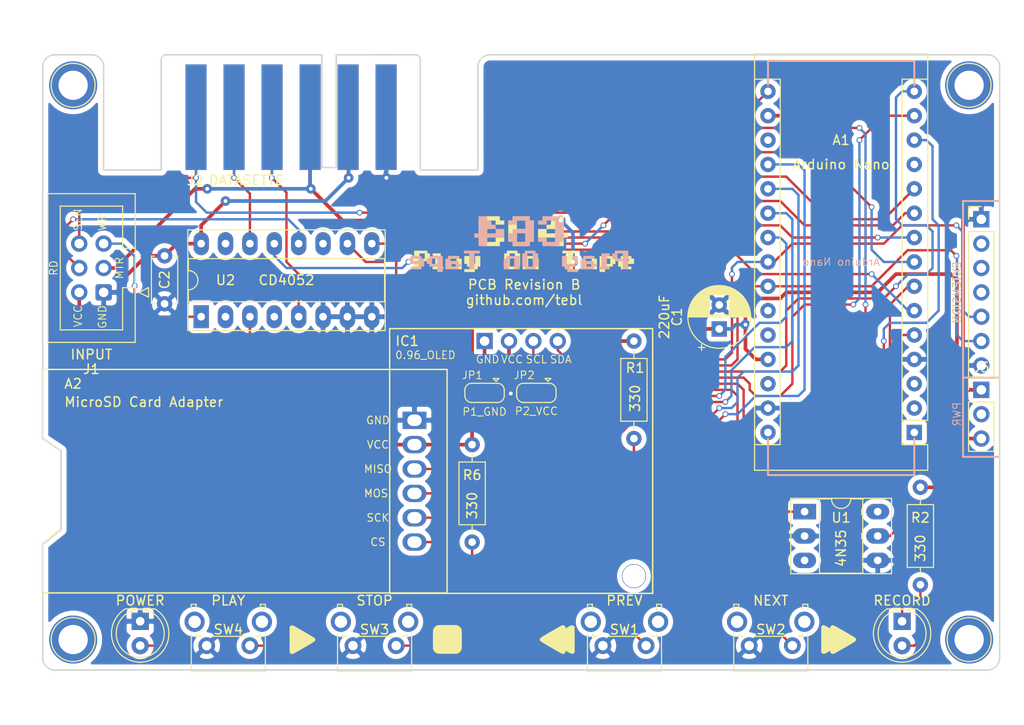
<source format=kicad_pcb>
(kicad_pcb (version 20171130) (host pcbnew "(5.1.8)-1")
  (layers (0 F.Cu signal) (31 B.Cu signal) (34 B.Paste user) (35 F.Paste user) (36 B.SilkS user) (37 F.SilkS user) (38 B.Mask user) (39 F.Mask user) (44 Edge.Cuts user))
  (net 0 "")
  (net 1 GND)
  (net 2 "Net-(D1-Pad2)")
  (net 3 "Net-(IC1-Pad2)")
  (net 4 "Net-(IC1-Pad1)")
  (net 5 BTN_NEXT)
  (net 6 BTN_PREV)
  (net 7 BTN_STOP)
  (net 8 BTN_PLAY)
  (net 9 OLED_SDA)
  (net 10 OLED_SCL)
  (net 11 +3V3)
  (net 12 CH_X)
  (net 13 "Net-(A1-Pad7)")
  (net 14 SENSE)
  (net 15 CH_A)
  (net 16 CH_B)
  (net 17 CH_Y)
  (net 18 +5V)
  (net 19 SD_CS)
  (net 20 SD_MOSI)
  (net 21 SD_MISO)
  (net 22 SD_SCK)
  (net 23 "Net-(D2-Pad2)")
  (net 24 /MOTOR)
  (net 25 "Net-(J1-Pad4)")
  (net 26 "Net-(J1-Pad5)")
  (net 27 "Net-(J2-Pad4)")
  (net 28 "Net-(J2-Pad5)")
  (net 29 "Net-(R1-Pad2)")
  (net 30 RECORD)
  (module i2c_oled:0.96_I2C_OLED (layer F.Cu) (at 120.335 107.95)
    (fp_text reference IC1 (at -11.877 0 180) (layer F.SilkS))
    (fp_text value 0.96_OLED (at -9.972 1.4605) (layer F.SilkS) (effects (font (size 0.8 0.8) (thickness 0.1))))
    (pad "" np_thru_hole circle (at 11.75 24.5) (size 2.5 2.5) (drill 2.4) (layers *.Cu *.Mask))
    (pad 4 thru_hole circle (at 3.81 0) (size 1.7 1.7) (drill 1) (layers *.Cu *.Mask) (net 9 OLED_SDA))
    (pad 3 thru_hole circle (at 1.27 0) (size 1.7 1.7) (drill 1) (layers *.Cu *.Mask) (net 10 OLED_SCL))
    (pad 2 thru_hole circle (at -1.27 0) (size 1.7 1.7) (drill 1) (layers *.Cu *.Mask) (net 3 "Net-(IC1-Pad2)"))
    (pad 1 thru_hole rect (at -3.81 0) (size 1.7 1.7) (drill 1) (layers *.Cu *.Mask) (net 4 "Net-(IC1-Pad1)"))
  )
  (module icons:next (layer F.Cu) (at 153.035 139.065)
    (fp_text reference G*** hide)
    (fp_text value LOGO hide)
  )
  (module icons:previous (layer F.Cu) (at 124.46 139.065)
    (fp_text reference G*** hide)
    (fp_text value LOGO hide)
  )
  (module sd_card_adapter:MicroSD_Card_Adapter (layer F.Cu) (at 109.22 122.555)
    (fp_text reference A2 (at -35.56 -10.16) (layer F.SilkS))
    (fp_text value "MicroSD Card Adapter" (at -28.194 -8.255 180) (layer F.SilkS))
    (fp_text user GND (at -3.81 -6.35) (layer F.SilkS) (effects (font (size 0.8 0.8) (thickness 0.11))))
    (fp_text user VCC (at -3.81 -3.81) (layer F.SilkS) (effects (font (size 0.8 0.8) (thickness 0.11))))
    (fp_text user MISO (at -3.81 -1.27) (layer F.SilkS) (effects (font (size 0.8 0.8) (thickness 0.11))))
    (fp_text user MOSI (at -3.81 1.27) (layer F.SilkS) (effects (font (size 0.8 0.8) (thickness 0.11))))
    (fp_text user SCK (at -3.81 3.81) (layer F.SilkS) (effects (font (size 0.8 0.8) (thickness 0.11))))
    (fp_text user CS (at -3.81 6.35) (layer F.SilkS) (effects (font (size 0.8 0.8) (thickness 0.11))))
    (pad 6 thru_hole rect (at 0 -6.35) (size 2.5 1.8) (drill oval 1.5 1.2) (layers *.Cu *.Mask) (net 1 GND))
    (pad 5 thru_hole oval (at 0 -3.81) (size 2.5 1.8) (drill oval 1.5 1.2) (layers *.Cu *.Mask) (net 18 +5V))
    (pad 4 thru_hole oval (at 0 -1.27) (size 2.5 1.8) (drill oval 1.5 1.2) (layers *.Cu *.Mask) (net 21 SD_MISO))
    (pad 3 thru_hole oval (at 0 1.27) (size 2.5 1.8) (drill oval 1.5 1.2) (layers *.Cu *.Mask) (net 20 SD_MOSI))
    (pad 2 thru_hole oval (at 0 3.81) (size 2.5 1.8) (drill oval 1.5 1.2) (layers *.Cu *.Mask) (net 22 SD_SCK))
    (pad 1 thru_hole oval (at 0 6.35) (size 2.5 1.8) (drill oval 1.5 1.2) (layers *.Cu *.Mask) (net 19 SD_CS))
  )
  (module icons:c64_play_on_tape (layer B.Cu) (at 120.015 97.79 180)
    (fp_text reference G*** hide)
    (fp_text value LOGO hide)
  )
  (module icons:c64_play_on_tape (layer F.Cu) (at 120.65 97.79)
    (fp_text reference G*** hide)
    (fp_text value LOGO hide)
  )
  (module PlayOnTape:C64-Cassette-Port (layer F.Cu) (at 95.8215 90.1065)
    (fp_text reference J2 (at -9.4615 1.0795) (layer F.SilkS))
    (fp_text value DATASETTE (at -4.1275 1.0795) (layer F.SilkS))
    (pad 1 smd rect (at 10.44 -5.5) (size 2.2 11) (layers F.Cu F.Mask) (net 1 GND))
    (pad 2 smd rect (at 6.48 -5.5) (size 2.2 11) (layers F.Cu F.Mask) (net 18 +5V))
    (pad 3 smd rect (at 2.52 -5.5) (size 2.2 11) (layers F.Cu F.Mask) (net 24 /MOTOR))
    (pad 4 smd rect (at -1.44 -5.5) (size 2.2 11) (layers F.Cu F.Mask) (net 27 "Net-(J2-Pad4)"))
    (pad 5 smd rect (at -5.4 -5.5) (size 2.2 11) (layers F.Cu F.Mask) (net 28 "Net-(J2-Pad5)"))
    (pad 6 smd rect (at -9.36 -5.5) (size 2.2 11) (layers F.Cu F.Mask) (net 14 SENSE))
    (pad A smd rect (at 10.44 -5.5) (size 2.2 11) (layers B.Cu B.Mask) (net 1 GND))
    (pad B smd rect (at 6.48 -5.5) (size 2.2 11) (layers B.Cu B.Mask) (net 18 +5V))
    (pad C smd rect (at 2.52 -5.5) (size 2.2 11) (layers B.Cu B.Mask) (net 24 /MOTOR))
    (pad D smd rect (at -1.44 -5.5) (size 2.2 11) (layers B.Cu B.Mask) (net 27 "Net-(J2-Pad4)"))
    (pad E smd rect (at -5.4 -5.5) (size 2.2 11) (layers B.Cu B.Mask) (net 28 "Net-(J2-Pad5)"))
    (pad F smd rect (at -9.36 -5.5) (size 2.2 11) (layers B.Cu B.Mask) (net 14 SENSE))
  )
  (module Modules:Arduino_Nano (layer F.Cu) (at 161.29 117.475 180)
    (fp_text reference A1 (at 7.62 30.48 180) (layer F.SilkS))
    (fp_text value "Arduino Nano" (at 7.62 27.94 180) (layer F.SilkS))
    (pad 1 thru_hole rect (at 0 0 180) (size 1.6 1.6) (drill 0.8) (layers *.Cu *.Mask))
    (pad 17 thru_hole oval (at 15.24 33.02 180) (size 1.6 1.6) (drill 0.8) (layers *.Cu *.Mask) (net 11 +3V3))
    (pad 2 thru_hole oval (at 0 2.54 180) (size 1.6 1.6) (drill 0.8) (layers *.Cu *.Mask))
    (pad 18 thru_hole oval (at 15.24 30.48 180) (size 1.6 1.6) (drill 0.8) (layers *.Cu *.Mask))
    (pad 3 thru_hole oval (at 0 5.08 180) (size 1.6 1.6) (drill 0.8) (layers *.Cu *.Mask))
    (pad 19 thru_hole oval (at 15.24 27.94 180) (size 1.6 1.6) (drill 0.8) (layers *.Cu *.Mask) (net 5 BTN_NEXT))
    (pad 4 thru_hole oval (at 0 7.62 180) (size 1.6 1.6) (drill 0.8) (layers *.Cu *.Mask) (net 1 GND))
    (pad 20 thru_hole oval (at 15.24 25.4 180) (size 1.6 1.6) (drill 0.8) (layers *.Cu *.Mask) (net 6 BTN_PREV))
    (pad 5 thru_hole oval (at 0 10.16 180) (size 1.6 1.6) (drill 0.8) (layers *.Cu *.Mask) (net 30 RECORD))
    (pad 21 thru_hole oval (at 15.24 22.86 180) (size 1.6 1.6) (drill 0.8) (layers *.Cu *.Mask) (net 7 BTN_STOP))
    (pad 6 thru_hole oval (at 0 12.7 180) (size 1.6 1.6) (drill 0.8) (layers *.Cu *.Mask) (net 12 CH_X))
    (pad 22 thru_hole oval (at 15.24 20.32 180) (size 1.6 1.6) (drill 0.8) (layers *.Cu *.Mask) (net 8 BTN_PLAY))
    (pad 7 thru_hole oval (at 0 15.24 180) (size 1.6 1.6) (drill 0.8) (layers *.Cu *.Mask) (net 13 "Net-(A1-Pad7)"))
    (pad 23 thru_hole oval (at 15.24 17.78 180) (size 1.6 1.6) (drill 0.8) (layers *.Cu *.Mask) (net 9 OLED_SDA))
    (pad 8 thru_hole oval (at 0 17.78 180) (size 1.6 1.6) (drill 0.8) (layers *.Cu *.Mask) (net 14 SENSE))
    (pad 24 thru_hole oval (at 15.24 15.24 180) (size 1.6 1.6) (drill 0.8) (layers *.Cu *.Mask) (net 10 OLED_SCL))
    (pad 9 thru_hole oval (at 0 20.32 180) (size 1.6 1.6) (drill 0.8) (layers *.Cu *.Mask) (net 15 CH_A))
    (pad 25 thru_hole oval (at 15.24 12.7 180) (size 1.6 1.6) (drill 0.8) (layers *.Cu *.Mask))
    (pad 10 thru_hole oval (at 0 22.86 180) (size 1.6 1.6) (drill 0.8) (layers *.Cu *.Mask) (net 16 CH_B))
    (pad 26 thru_hole oval (at 15.24 10.16 180) (size 1.6 1.6) (drill 0.8) (layers *.Cu *.Mask))
    (pad 11 thru_hole oval (at 0 25.4 180) (size 1.6 1.6) (drill 0.8) (layers *.Cu *.Mask) (net 17 CH_Y))
    (pad 27 thru_hole oval (at 15.24 7.62 180) (size 1.6 1.6) (drill 0.8) (layers *.Cu *.Mask) (net 18 +5V))
    (pad 12 thru_hole oval (at 0 27.94 180) (size 1.6 1.6) (drill 0.8) (layers *.Cu *.Mask))
    (pad 28 thru_hole oval (at 15.24 5.08 180) (size 1.6 1.6) (drill 0.8) (layers *.Cu *.Mask))
    (pad 13 thru_hole oval (at 0 30.48 180) (size 1.6 1.6) (drill 0.8) (layers *.Cu *.Mask) (net 19 SD_CS))
    (pad 29 thru_hole oval (at 15.24 2.54 180) (size 1.6 1.6) (drill 0.8) (layers *.Cu *.Mask) (net 1 GND))
    (pad 14 thru_hole oval (at 0 33.02 180) (size 1.6 1.6) (drill 0.8) (layers *.Cu *.Mask) (net 20 SD_MOSI))
    (pad 30 thru_hole oval (at 15.24 0 180) (size 1.6 1.6) (drill 0.8) (layers *.Cu *.Mask))
    (pad 15 thru_hole oval (at 0 35.56 180) (size 1.6 1.6) (drill 0.8) (layers *.Cu *.Mask) (net 21 SD_MISO))
    (pad 16 thru_hole oval (at 15.24 35.56 180) (size 1.6 1.6) (drill 0.8) (layers *.Cu *.Mask) (net 22 SD_SCK))
  )
  (module Pin_Headers:Pin_Header_Straight_1x07_Pitch2.54mm (layer F.Cu) (at 168.275 95.25)
    (fp_text reference J3 hide)
    (fp_text value EXTENSION (at -2.54 7.62 90) (layer F.SilkS) (effects (font (size 0.8 0.8) (thickness 0.1))))
    (pad 1 thru_hole rect (at 0 0) (size 1.7 1.7) (drill 1) (layers *.Cu *.Mask) (net 1 GND))
    (pad 2 thru_hole oval (at 0 2.54) (size 1.7 1.7) (drill 1) (layers *.Cu *.Mask))
    (pad 3 thru_hole oval (at 0 5.08) (size 1.7 1.7) (drill 1) (layers *.Cu *.Mask))
    (pad 4 thru_hole oval (at 0 7.62) (size 1.7 1.7) (drill 1) (layers *.Cu *.Mask))
    (pad 5 thru_hole oval (at 0 10.16) (size 1.7 1.7) (drill 1) (layers *.Cu *.Mask) (net 9 OLED_SDA))
    (pad 6 thru_hole oval (at 0 12.7) (size 1.7 1.7) (drill 1) (layers *.Cu *.Mask) (net 10 OLED_SCL))
    (pad 7 thru_hole oval (at 0 15.24) (size 1.7 1.7) (drill 1) (layers *.Cu *.Mask) (net 1 GND))
  )
  (module mounting:M3 (layer F.Cu) (at 73.66 139.065)
    (fp_text reference M1 hide)
    (fp_text value Mounting hide)
    (pad 1 thru_hole circle (at 0 0) (size 5 5) (drill 3.048) (layers *.Cu *.Mask))
  )
  (module mounting:M3 (layer F.Cu) (at 167.005 139.065)
    (fp_text reference M2 hide)
    (fp_text value Mounting hide)
    (pad 1 thru_hole circle (at 0 0) (size 5 5) (drill 3.048) (layers *.Cu *.Mask))
  )
  (module mounting:M3 (layer F.Cu) (at 167.005 81.28)
    (fp_text reference M3 hide)
    (fp_text value Mounting hide)
    (pad 1 thru_hole circle (at 0 0) (size 5 5) (drill 3.048) (layers *.Cu *.Mask))
  )
  (module mounting:M3 (layer F.Cu) (at 73.66 81.28)
    (fp_text reference M4 hide)
    (fp_text value Mounting hide)
    (pad 1 thru_hole circle (at 0 0) (size 5 5) (drill 3.048) (layers *.Cu *.Mask))
  )
  (module icons:play (layer F.Cu) (at 97.536 139.192)
    (fp_text reference G*** hide)
    (fp_text value LOGO hide)
  )
  (module icons:stop (layer F.Cu) (at 112.776 139.192)
    (fp_text reference G*** hide)
    (fp_text value LOGO hide)
  )
  (module Capacitor_THT:CP_Radial_D6.3mm_P2.50mm (layer F.Cu) (at 140.97 106.68 90)
    (fp_text reference C1 (at 1.25 -4.4 90) (layer F.SilkS))
    (fp_text value 220uF (at 1.25 -5.715 90) (layer F.SilkS))
    (pad 1 thru_hole rect (at 0 0 90) (size 1.6 1.6) (drill 0.8) (layers *.Cu *.Mask) (net 18 +5V))
    (pad 2 thru_hole circle (at 2.5 0 90) (size 1.6 1.6) (drill 0.8) (layers *.Cu *.Mask) (net 1 GND))
  )
  (module LED_THT:LED_D5.0mm (layer F.Cu) (at 80.645 137.16 270)
    (fp_text reference D1 hide)
    (fp_text value POWER (at -2.155 0 180) (layer F.SilkS))
    (pad 1 thru_hole rect (at 0 0 270) (size 1.8 1.8) (drill 0.9) (layers *.Cu *.Mask) (net 1 GND))
    (pad 2 thru_hole circle (at 2.54 0 270) (size 1.8 1.8) (drill 0.9) (layers *.Cu *.Mask) (net 2 "Net-(D1-Pad2)"))
  )
  (module Connector_PinHeader_2.54mm:PinHeader_1x03_P2.54mm_Vertical (layer F.Cu) (at 168.275 113.03)
    (fp_text reference J5 (at 0 -2.33) (layer F.SilkS))
    (fp_text value PWR)
    (pad 1 thru_hole rect (at 0 0) (size 1.7 1.7) (drill 1) (layers *.Cu *.Mask) (net 11 +3V3))
    (pad 2 thru_hole oval (at 0 2.54) (size 1.7 1.7) (drill 1) (layers *.Cu *.Mask))
    (pad 3 thru_hole oval (at 0 5.08) (size 1.7 1.7) (drill 1) (layers *.Cu *.Mask) (net 18 +5V))
  )
  (module Jumper:SolderJumper-3_P1.3mm_Open_RoundedPad1.0x1.5mm (layer F.Cu) (at 116.5225 113.3475 180)
    (fp_text reference JP1 (at 1.27 1.8415 180) (layer F.SilkS) (effects (font (size 0.8 0.8) (thickness 0.1))))
    (fp_text value P1_GND (at 0 -1.9685) (layer F.SilkS) (effects (font (size 0.8 0.8) (thickness 0.1))))
    (pad 1 smd custom (at -1.3 0 180) (size 1 0.5) (layers F.Cu F.Mask) (net 1 GND) (options (clearance outline) (anchor rect)) (primitives (gr_circle (center 0 0.25) (end 0.5 0.25) (width 0)) (gr_circle (center 0 -0.25) (end 0.5 -0.25) (width 0)) (gr_poly (pts (xy 0.55 -0.75) (xy 0 -0.75) (xy 0 0.75) (xy 0.55 0.75)) (width 0))))
    (pad 3 smd custom (at 1.3 0 180) (size 1 0.5) (layers F.Cu F.Mask) (net 18 +5V) (options (clearance outline) (anchor rect)) (primitives (gr_circle (center 0 0.25) (end 0.5 0.25) (width 0)) (gr_circle (center 0 -0.25) (end 0.5 -0.25) (width 0)) (gr_poly (pts (xy -0.55 -0.75) (xy 0 -0.75) (xy 0 0.75) (xy -0.55 0.75)) (width 0))))
    (pad 2 smd rect (at 0 0 180) (size 1 1.5) (layers F.Cu F.Mask) (net 4 "Net-(IC1-Pad1)"))
  )
  (module Jumper:SolderJumper-3_P1.3mm_Open_RoundedPad1.0x1.5mm (layer F.Cu) (at 121.92 113.3475 180)
    (fp_text reference JP2 (at 1.27 1.8415 180) (layer F.SilkS) (effects (font (size 0.8 0.8) (thickness 0.1))))
    (fp_text value P2_VCC (at 0 -1.905) (layer F.SilkS) (effects (font (size 0.8 0.8) (thickness 0.1))))
    (pad 2 smd rect (at 0 0 180) (size 1 1.5) (layers F.Cu F.Mask) (net 3 "Net-(IC1-Pad2)"))
    (pad 3 smd custom (at 1.3 0 180) (size 1 0.5) (layers F.Cu F.Mask) (net 1 GND) (options (clearance outline) (anchor rect)) (primitives (gr_circle (center 0 0.25) (end 0.5 0.25) (width 0)) (gr_circle (center 0 -0.25) (end 0.5 -0.25) (width 0)) (gr_poly (pts (xy -0.55 -0.75) (xy 0 -0.75) (xy 0 0.75) (xy -0.55 0.75)) (width 0))))
    (pad 1 smd custom (at -1.3 0 180) (size 1 0.5) (layers F.Cu F.Mask) (net 18 +5V) (options (clearance outline) (anchor rect)) (primitives (gr_circle (center 0 0.25) (end 0.5 0.25) (width 0)) (gr_circle (center 0 -0.25) (end 0.5 -0.25) (width 0)) (gr_poly (pts (xy 0.55 -0.75) (xy 0 -0.75) (xy 0 0.75) (xy 0.55 0.75)) (width 0))))
  )
  (module Resistor_THT:R_Axial_DIN0207_L6.3mm_D2.5mm_P10.16mm_Horizontal (layer F.Cu) (at 115.2271 128.905 90)
    (fp_text reference R6 (at 6.985 0 180) (layer F.SilkS))
    (fp_text value 330 (at 3.81 0 270) (layer F.SilkS))
    (pad 2 thru_hole oval (at 10.16 0 90) (size 1.6 1.6) (drill 0.8) (layers *.Cu *.Mask) (net 18 +5V))
    (pad 1 thru_hole circle (at 0 0 90) (size 1.6 1.6) (drill 0.8) (layers *.Cu *.Mask) (net 2 "Net-(D1-Pad2)"))
  )
  (module Button_Switch_THT:SW_Tactile_SPST_Angled_PTS645Vx31-2LFS (layer F.Cu) (at 133.35 139.7 180)
    (fp_text reference SW1 (at 2.25 1.68) (layer F.SilkS))
    (fp_text value PREV (at 2.25 4.695) (layer F.SilkS))
    (pad "" thru_hole circle (at 5.76 2.49 180) (size 2.1 2.1) (drill 1.3) (layers *.Cu *.Mask))
    (pad 2 thru_hole circle (at 4.5 0 180) (size 1.75 1.75) (drill 0.99) (layers *.Cu *.Mask) (net 1 GND))
    (pad 1 thru_hole circle (at 0 0 180) (size 1.75 1.75) (drill 0.99) (layers *.Cu *.Mask) (net 6 BTN_PREV))
    (pad "" thru_hole circle (at -1.25 2.49 180) (size 2.1 2.1) (drill 1.3) (layers *.Cu *.Mask))
  )
  (module Button_Switch_THT:SW_Tactile_SPST_Angled_PTS645Vx31-2LFS (layer F.Cu) (at 148.59 139.7 180)
    (fp_text reference SW2 (at 2.25 1.68) (layer F.SilkS))
    (fp_text value NEXT (at 2.25 4.695) (layer F.SilkS))
    (pad "" thru_hole circle (at -1.25 2.49 180) (size 2.1 2.1) (drill 1.3) (layers *.Cu *.Mask))
    (pad 1 thru_hole circle (at 0 0 180) (size 1.75 1.75) (drill 0.99) (layers *.Cu *.Mask) (net 5 BTN_NEXT))
    (pad 2 thru_hole circle (at 4.5 0 180) (size 1.75 1.75) (drill 0.99) (layers *.Cu *.Mask) (net 1 GND))
    (pad "" thru_hole circle (at 5.76 2.49 180) (size 2.1 2.1) (drill 1.3) (layers *.Cu *.Mask))
  )
  (module Button_Switch_THT:SW_Tactile_SPST_Angled_PTS645Vx31-2LFS (layer F.Cu) (at 107.315 139.7 180)
    (fp_text reference SW3 (at 2.25 1.68) (layer F.SilkS))
    (fp_text value STOP (at 2.25 4.695) (layer F.SilkS))
    (pad "" thru_hole circle (at -1.25 2.49 180) (size 2.1 2.1) (drill 1.3) (layers *.Cu *.Mask))
    (pad 1 thru_hole circle (at 0 0 180) (size 1.75 1.75) (drill 0.99) (layers *.Cu *.Mask) (net 7 BTN_STOP))
    (pad 2 thru_hole circle (at 4.5 0 180) (size 1.75 1.75) (drill 0.99) (layers *.Cu *.Mask) (net 1 GND))
    (pad "" thru_hole circle (at 5.76 2.49 180) (size 2.1 2.1) (drill 1.3) (layers *.Cu *.Mask))
  )
  (module Button_Switch_THT:SW_Tactile_SPST_Angled_PTS645Vx31-2LFS (layer F.Cu) (at 92.075 139.7 180)
    (fp_text reference SW4 (at 2.25 1.68) (layer F.SilkS))
    (fp_text value PLAY (at 2.25 4.695) (layer F.SilkS))
    (pad "" thru_hole circle (at 5.76 2.49 180) (size 2.1 2.1) (drill 1.3) (layers *.Cu *.Mask))
    (pad 2 thru_hole circle (at 4.5 0 180) (size 1.75 1.75) (drill 0.99) (layers *.Cu *.Mask) (net 1 GND))
    (pad 1 thru_hole circle (at 0 0 180) (size 1.75 1.75) (drill 0.99) (layers *.Cu *.Mask) (net 8 BTN_PLAY))
    (pad "" thru_hole circle (at -1.25 2.49 180) (size 2.1 2.1) (drill 1.3) (layers *.Cu *.Mask))
  )
  (module Capacitor_THT:C_Disc_D4.7mm_W2.5mm_P5.00mm (layer F.Cu) (at 83.185 99.06 270)
    (fp_text reference C2 (at 2.5 0 90) (layer F.SilkS))
    (fp_text value 100nF)
    (pad 1 thru_hole circle (at 0 0 270) (size 1.6 1.6) (drill 0.8) (layers *.Cu *.Mask) (net 18 +5V))
    (pad 2 thru_hole circle (at 5 0 270) (size 1.6 1.6) (drill 0.8) (layers *.Cu *.Mask) (net 1 GND))
  )
  (module LED_THT:LED_D5.0mm (layer F.Cu) (at 160.02 137.16 270)
    (fp_text reference D2 hide)
    (fp_text value RECORD (at -2.155 0 180) (layer F.SilkS))
    (pad 1 thru_hole rect (at 0 0 270) (size 1.8 1.8) (drill 0.9) (layers *.Cu *.Mask) (net 30 RECORD))
    (pad 2 thru_hole circle (at 2.54 0 270) (size 1.8 1.8) (drill 0.9) (layers *.Cu *.Mask) (net 23 "Net-(D2-Pad2)"))
  )
  (module Resistor_THT:R_Axial_DIN0207_L6.3mm_D2.5mm_P10.16mm_Horizontal (layer F.Cu) (at 132.08 107.95 270)
    (fp_text reference R1 (at 2.794 -0.127 180) (layer F.SilkS))
    (fp_text value 330 (at 5.969 -0.127 90) (layer F.SilkS))
    (pad 2 thru_hole oval (at 10.16 0 270) (size 1.6 1.6) (drill 0.8) (layers *.Cu *.Mask) (net 29 "Net-(R1-Pad2)"))
    (pad 1 thru_hole circle (at 0 0 270) (size 1.6 1.6) (drill 0.8) (layers *.Cu *.Mask) (net 24 /MOTOR))
  )
  (module Resistor_THT:R_Axial_DIN0207_L6.3mm_D2.5mm_P10.16mm_Horizontal (layer F.Cu) (at 161.925 133.35 90)
    (fp_text reference R2 (at 6.985 0 180) (layer F.SilkS))
    (fp_text value 330 (at 3.81 0 90) (layer F.SilkS))
    (pad 1 thru_hole circle (at 0 0 90) (size 1.6 1.6) (drill 0.8) (layers *.Cu *.Mask) (net 23 "Net-(D2-Pad2)"))
    (pad 2 thru_hole oval (at 10.16 0 90) (size 1.6 1.6) (drill 0.8) (layers *.Cu *.Mask) (net 18 +5V))
  )
  (module Package_DIP:DIP-6_W7.62mm_Socket_LongPads (layer F.Cu) (at 149.86 125.73)
    (fp_text reference U1 (at 3.81 0.635) (layer F.SilkS))
    (fp_text value 4N35 (at 3.81 3.81 270) (layer F.SilkS))
    (pad 1 thru_hole rect (at 0 0) (size 2.4 1.6) (drill 0.8) (layers *.Cu *.Mask) (net 29 "Net-(R1-Pad2)"))
    (pad 4 thru_hole oval (at 7.62 5.08) (size 2.4 1.6) (drill 0.8) (layers *.Cu *.Mask) (net 1 GND))
    (pad 2 thru_hole oval (at 0 2.54) (size 2.4 1.6) (drill 0.8) (layers *.Cu *.Mask) (net 1 GND))
    (pad 5 thru_hole oval (at 7.62 2.54) (size 2.4 1.6) (drill 0.8) (layers *.Cu *.Mask) (net 13 "Net-(A1-Pad7)"))
    (pad 3 thru_hole oval (at 0 5.08) (size 2.4 1.6) (drill 0.8) (layers *.Cu *.Mask))
    (pad 6 thru_hole oval (at 7.62 0) (size 2.4 1.6) (drill 0.8) (layers *.Cu *.Mask))
  )
  (module Package_DIP:DIP-16_W7.62mm_Socket_LongPads (layer F.Cu) (at 86.995 105.41 90)
    (fp_text reference U2 (at 3.81 2.54 180) (layer F.SilkS))
    (fp_text value CD4052 (at 3.81 8.89 180) (layer F.SilkS))
    (pad 1 thru_hole rect (at 0 0 90) (size 2.4 1.6) (drill 0.8) (layers *.Cu *.Mask) (net 26 "Net-(J1-Pad5)"))
    (pad 9 thru_hole oval (at 7.62 17.78 90) (size 2.4 1.6) (drill 0.8) (layers *.Cu *.Mask) (net 16 CH_B))
    (pad 2 thru_hole oval (at 0 2.54 90) (size 2.4 1.6) (drill 0.8) (layers *.Cu *.Mask))
    (pad 10 thru_hole oval (at 7.62 15.24 90) (size 2.4 1.6) (drill 0.8) (layers *.Cu *.Mask) (net 15 CH_A))
    (pad 3 thru_hole oval (at 0 5.08 90) (size 2.4 1.6) (drill 0.8) (layers *.Cu *.Mask) (net 17 CH_Y))
    (pad 11 thru_hole oval (at 7.62 12.7 90) (size 2.4 1.6) (drill 0.8) (layers *.Cu *.Mask))
    (pad 4 thru_hole oval (at 0 7.62 90) (size 2.4 1.6) (drill 0.8) (layers *.Cu *.Mask))
    (pad 12 thru_hole oval (at 7.62 10.16 90) (size 2.4 1.6) (drill 0.8) (layers *.Cu *.Mask) (net 25 "Net-(J1-Pad4)"))
    (pad 5 thru_hole oval (at 0 10.16 90) (size 2.4 1.6) (drill 0.8) (layers *.Cu *.Mask) (net 27 "Net-(J2-Pad4)"))
    (pad 13 thru_hole oval (at 7.62 7.62 90) (size 2.4 1.6) (drill 0.8) (layers *.Cu *.Mask) (net 12 CH_X))
    (pad 6 thru_hole oval (at 0 12.7 90) (size 2.4 1.6) (drill 0.8) (layers *.Cu *.Mask) (net 1 GND))
    (pad 14 thru_hole oval (at 7.62 5.08 90) (size 2.4 1.6) (drill 0.8) (layers *.Cu *.Mask) (net 28 "Net-(J2-Pad5)"))
    (pad 7 thru_hole oval (at 0 15.24 90) (size 2.4 1.6) (drill 0.8) (layers *.Cu *.Mask) (net 1 GND))
    (pad 15 thru_hole oval (at 7.62 2.54 90) (size 2.4 1.6) (drill 0.8) (layers *.Cu *.Mask))
    (pad 8 thru_hole oval (at 0 17.78 90) (size 2.4 1.6) (drill 0.8) (layers *.Cu *.Mask) (net 1 GND))
    (pad 16 thru_hole oval (at 7.62 0 90) (size 2.4 1.6) (drill 0.8) (layers *.Cu *.Mask) (net 18 +5V))
  )
  (module Connector_IDC:IDC-Header_2x03_P2.54mm_Vertical (layer F.Cu) (at 76.835 102.87 180)
    (fp_text reference J1 (at 1.27 -8.001) (layer F.SilkS))
    (fp_text value INPUT (at 1.27 -6.477) (layer F.SilkS))
    (pad 1 thru_hole roundrect (at 0 0 180) (size 1.7 1.7) (drill 1) (layers *.Cu *.Mask) (roundrect_rratio 0.147059) (net 1 GND))
    (pad 3 thru_hole circle (at 0 2.54 180) (size 1.7 1.7) (drill 1) (layers *.Cu *.Mask) (net 24 /MOTOR))
    (pad 5 thru_hole circle (at 0 5.08 180) (size 1.7 1.7) (drill 1) (layers *.Cu *.Mask) (net 26 "Net-(J1-Pad5)"))
    (pad 2 thru_hole circle (at 2.54 0 180) (size 1.7 1.7) (drill 1) (layers *.Cu *.Mask) (net 18 +5V))
    (pad 4 thru_hole circle (at 2.54 2.54 180) (size 1.7 1.7) (drill 1) (layers *.Cu *.Mask) (net 25 "Net-(J1-Pad4)"))
    (pad 6 thru_hole circle (at 2.54 5.08 180) (size 1.7 1.7) (drill 1) (layers *.Cu *.Mask) (net 14 SENSE))
  )
  (gr_text "PCB Revision B\ngithub.com/tebl" (at 120.65 102.87) (layer F.SilkS) (effects (font (size 1 1))))
  (gr_text SEN (at 74.168 96.52 90) (layer F.SilkS) (effects (font (size 0.8 0.8) (thickness 0.1)) (justify left)))
  (gr_text WR (at 76.708 96.52 90) (layer F.SilkS) (effects (font (size 0.8 0.8) (thickness 0.1)) (justify left)))
  (gr_text RD (at 71.628 100.33 90) (layer F.SilkS) (effects (font (size 0.8 0.8) (thickness 0.1))))
  (gr_text MTR (at 78.486 100.33 90) (layer F.SilkS) (effects (font (size 0.8 0.8) (thickness 0.1))))
  (gr_text VCC (at 74.168 104.14 90) (layer F.SilkS) (effects (font (size 0.8 0.8) (thickness 0.1)) (justify right)))
  (gr_text GND (at 76.708 104.14 90) (layer F.SilkS) (effects (font (size 0.8 0.8) (thickness 0.1)) (justify right)))
  (gr_text PWR (at 165.735 115.57 90) (layer B.SilkS) (effects (font (size 0.8 0.8) (thickness 0.1)) (justify mirror)))
  (gr_arc (start 117.094 79.375) (end 115.824 79.375) (angle 90) (layer Edge.Cuts) (width 0.15))
  (gr_arc (start 75.565 79.375) (end 75.565 78.105) (angle 90) (layer Edge.Cuts) (width 0.15))
  (gr_arc (start 109.3296 78.605) (end 109.8296 78.605) (angle -90) (layer Edge.Cuts) (width 0.15))
  (gr_arc (start 83.335 78.605) (end 83.335 78.105) (angle -90) (layer Edge.Cuts) (width 0.15))
  (gr_line (start 117.094 78.105) (end 168.91 78.105) (layer Edge.Cuts) (width 0.15))
  (gr_line (start 115.824 79.375) (end 115.8296 90.1065) (layer Edge.Cuts) (width 0.15))
  (gr_line (start 115.8296 90.1065) (end 109.8296 90.1065) (layer Edge.Cuts) (width 0.15))
  (gr_line (start 109.8296 78.605) (end 109.8296 90.1065) (layer Edge.Cuts) (width 0.15))
  (gr_line (start 101.07168 78.10754) (end 109.3296 78.105) (layer Edge.Cuts) (width 0.15))
  (gr_line (start 101.07168 89.85504) (end 101.07168 78.10754) (layer Edge.Cuts) (width 0.15))
  (gr_line (start 99.568 89.8525) (end 101.07168 89.85504) (layer Edge.Cuts) (width 0.15))
  (gr_line (start 99.568 78.105) (end 99.568 89.8525) (layer Edge.Cuts) (width 0.15))
  (gr_line (start 83.335 78.105) (end 99.568 78.105) (layer Edge.Cuts) (width 0.15))
  (gr_line (start 76.835 90.1065) (end 82.835 90.1065) (layer Edge.Cuts) (width 0.15))
  (gr_line (start 76.835 79.375) (end 76.835 90.1065) (layer Edge.Cuts) (width 0.15))
  (gr_line (start 82.835 78.605) (end 82.835 90.1065) (layer Edge.Cuts) (width 0.15))
  (gr_line (start 146.05 118.11) (end 146.05 121.92) (angle 90) (layer B.SilkS) (width 0.2))
  (gr_line (start 70.485 79.375) (end 70.485 118.11) (layer Edge.Cuts) (width 0.15))
  (gr_text SDA (at 124.46 109.855) (layer F.SilkS) (effects (font (size 0.8 0.8) (thickness 0.1))))
  (gr_text SCL (at 121.92 109.855) (layer F.SilkS) (effects (font (size 0.8 0.8) (thickness 0.1))))
  (gr_text VCC (at 119.38 109.855) (layer F.SilkS) (effects (font (size 0.8 0.8) (thickness 0.1))))
  (gr_text GND (at 116.84 109.855) (layer F.SilkS) (effects (font (size 0.8 0.8) (thickness 0.1))))
  (gr_line (start 70.485 129.151) (end 72.39 127.627) (layer Edge.Cuts) (width 0.15))
  (gr_line (start 70.485 140.97) (end 70.485 129.151) (layer Edge.Cuts) (width 0.15))
  (gr_line (start 72.39 119.38) (end 72.39 127.627) (layer Edge.Cuts) (width 0.15))
  (gr_line (start 70.485 118.11) (end 72.39 119.38) (layer Edge.Cuts) (width 0.15))
  (gr_text "Arduino Nano" (at 153.67 99.695) (layer B.SilkS) (effects (font (size 0.8 0.8) (thickness 0.1)) (justify mirror)))
  (gr_text EXTENSION (at 165.735 102.87 90) (layer B.SilkS) (effects (font (size 0.8 0.8) (thickness 0.1)) (justify mirror)))
  (gr_line (start 161.29 121.92) (end 161.29 118.11) (angle 90) (layer B.SilkS) (width 0.2))
  (gr_line (start 146.05 121.92) (end 161.29 121.92) (angle 90) (layer B.SilkS) (width 0.2))
  (gr_line (start 161.29 78.74) (end 161.29 81.28) (angle 90) (layer B.SilkS) (width 0.2))
  (gr_line (start 146.05 78.74) (end 161.29 78.74) (angle 90) (layer B.SilkS) (width 0.2))
  (gr_line (start 146.05 81.28) (end 146.05 78.74) (angle 90) (layer B.SilkS) (width 0.2))
  (gr_line (start 166.37 93.345) (end 170.18 93.345) (angle 90) (layer B.SilkS) (width 0.2))
  (gr_line (start 166.37 111.76) (end 166.37 93.345) (angle 90) (layer B.SilkS) (width 0.2))
  (gr_line (start 166.37 120.015) (end 170.18 120.015) (angle 90) (layer B.SilkS) (width 0.2))
  (gr_line (start 166.37 111.76) (end 166.37 120.015) (angle 90) (layer B.SilkS) (width 0.2))
  (gr_line (start 170.18 111.76) (end 166.37 111.76) (angle 90) (layer B.SilkS) (width 0.2))
  (gr_line (start 75.565 78.105) (end 71.755 78.105) (angle 90) (layer Edge.Cuts) (width 0.15))
  (gr_arc (start 71.755 79.375) (end 70.485 79.375) (angle 90) (layer Edge.Cuts) (width 0.15))
  (gr_arc (start 168.91 79.375) (end 168.91 78.105) (angle 90) (layer Edge.Cuts) (width 0.15))
  (gr_line (start 170.18 140.97) (end 170.18 79.375) (angle 90) (layer Edge.Cuts) (width 0.15))
  (gr_arc (start 168.91 140.97) (end 170.18 140.97) (angle 90) (layer Edge.Cuts) (width 0.15))
  (gr_line (start 71.755 142.24) (end 168.91 142.24) (angle 90) (layer Edge.Cuts) (width 0.15))
  (gr_arc (start 71.755 140.97) (end 71.755 142.24) (angle 90) (layer Edge.Cuts) (width 0.15))
  (via (at 106.299 90.932) (size 1) (drill 0.4) (layers F.Cu B.Cu) (net 1))
  (segment (start 106.2615 91.0215) (end 106.299 91.059) (width 0.381) (layer F.Cu) (net 1))
  (segment (start 106.299 84.644) (end 106.2615 84.6065) (width 0.381) (layer B.Cu) (net 1))
  (segment (start 106.299 90.932) (end 106.299 84.644) (width 0.381) (layer B.Cu) (net 1))
  (segment (start 106.299 84.644) (end 106.2615 84.6065) (width 0.381) (layer F.Cu) (net 1))
  (segment (start 106.299 90.932) (end 106.299 84.644) (width 0.381) (layer F.Cu) (net 1))
  (via (at 119.253 113.411) (size 1) (drill 0.4) (layers F.Cu B.Cu) (net 1))
  (segment (start 119.1895 113.3475) (end 119.253 113.411) (width 0.381) (layer F.Cu) (net 1))
  (segment (start 117.8225 113.3475) (end 119.1895 113.3475) (width 0.381) (layer F.Cu) (net 1))
  (segment (start 119.1895 113.3475) (end 120.62 113.3475) (width 0.381) (layer F.Cu) (net 1))
  (segment (start 83.185 139.7) (end 80.645 139.7) (width 0.25) (layer F.Cu) (net 2))
  (segment (start 83.82 139.065) (end 83.185 139.7) (width 0.25) (layer F.Cu) (net 2))
  (segment (start 83.82 133.2865) (end 83.82 139.065) (width 0.25) (layer F.Cu) (net 2))
  (segment (start 85.0265 132.08) (end 83.82 133.2865) (width 0.25) (layer F.Cu) (net 2))
  (segment (start 114.3508 132.08) (end 85.0265 132.08) (width 0.25) (layer F.Cu) (net 2))
  (segment (start 115.2271 131.2037) (end 114.3508 132.08) (width 0.25) (layer F.Cu) (net 2))
  (segment (start 115.2271 128.905) (end 115.2271 131.2037) (width 0.25) (layer F.Cu) (net 2))
  (segment (start 119.065 109.4765) (end 119.065 107.95) (width 0.381) (layer F.Cu) (net 3))
  (segment (start 121.92 112.3315) (end 119.065 109.4765) (width 0.381) (layer F.Cu) (net 3))
  (segment (start 121.92 113.3475) (end 121.92 112.3315) (width 0.381) (layer F.Cu) (net 3))
  (segment (start 116.5225 107.9525) (end 116.525 107.95) (width 0.381) (layer F.Cu) (net 4))
  (segment (start 116.5225 113.3475) (end 116.5225 107.9525) (width 0.381) (layer F.Cu) (net 4))
  (via (at 141.605 115.57) (size 0.6) (drill 0.4) (layers F.Cu B.Cu) (net 5))
  (segment (start 148.59 139.7) (end 143.51 134.62) (width 0.25) (layer F.Cu) (net 5))
  (segment (start 143.51 134.62) (end 130.81 134.62) (width 0.25) (layer F.Cu) (net 5))
  (segment (start 130.81 134.62) (end 129.54 133.35) (width 0.25) (layer F.Cu) (net 5))
  (segment (start 129.54 133.35) (end 129.54 118.745) (width 0.25) (layer F.Cu) (net 5))
  (segment (start 149.225 89.535) (end 146.05 89.535) (width 0.25) (layer B.Cu) (net 5))
  (segment (start 149.86 113.03) (end 149.86 90.17) (width 0.25) (layer B.Cu) (net 5))
  (segment (start 149.86 90.17) (end 149.225 89.535) (width 0.25) (layer B.Cu) (net 5))
  (segment (start 149.225 113.665) (end 149.86 113.03) (width 0.25) (layer B.Cu) (net 5))
  (segment (start 144.78 113.665) (end 149.225 113.665) (width 0.25) (layer B.Cu) (net 5))
  (segment (start 142.875 115.57) (end 144.78 113.665) (width 0.25) (layer B.Cu) (net 5))
  (segment (start 141.605 115.57) (end 142.875 115.57) (width 0.25) (layer B.Cu) (net 5))
  (segment (start 140.97 116.205) (end 141.605 115.57) (width 0.25) (layer F.Cu) (net 5))
  (segment (start 132.08 116.205) (end 140.97 116.205) (width 0.25) (layer F.Cu) (net 5))
  (segment (start 129.54 118.745) (end 132.08 116.205) (width 0.25) (layer F.Cu) (net 5))
  (segment (start 128.905 135.255) (end 128.905 118.11) (width 0.25) (layer F.Cu) (net 6))
  (via (at 140.97 114.935) (size 0.6) (drill 0.4) (layers F.Cu B.Cu) (net 6))
  (segment (start 133.35 139.7) (end 128.905 135.255) (width 0.25) (layer F.Cu) (net 6))
  (segment (start 142.24 114.935) (end 140.97 114.935) (width 0.25) (layer B.Cu) (net 6))
  (segment (start 142.875 114.3) (end 142.24 114.935) (width 0.25) (layer B.Cu) (net 6))
  (segment (start 142.875 111.76) (end 142.875 114.3) (width 0.25) (layer B.Cu) (net 6))
  (segment (start 143.51 111.125) (end 142.875 111.76) (width 0.25) (layer B.Cu) (net 6))
  (segment (start 149.225 110.49) (end 148.59 111.125) (width 0.25) (layer B.Cu) (net 6))
  (segment (start 149.225 92.71) (end 149.225 110.49) (width 0.25) (layer B.Cu) (net 6))
  (segment (start 148.59 111.125) (end 143.51 111.125) (width 0.25) (layer B.Cu) (net 6))
  (segment (start 148.59 92.075) (end 149.225 92.71) (width 0.25) (layer B.Cu) (net 6))
  (segment (start 146.05 92.075) (end 148.59 92.075) (width 0.25) (layer B.Cu) (net 6))
  (segment (start 140.97 114.935) (end 140.335 115.57) (width 0.25) (layer F.Cu) (net 6))
  (segment (start 140.335 115.57) (end 131.445 115.57) (width 0.25) (layer F.Cu) (net 6))
  (segment (start 128.905 118.11) (end 131.445 115.57) (width 0.25) (layer F.Cu) (net 6))
  (segment (start 110.49 139.7) (end 118.11 132.08) (width 0.25) (layer F.Cu) (net 7))
  (segment (start 118.11 132.08) (end 118.11 127.635) (width 0.25) (layer F.Cu) (net 7))
  (via (at 141.605 114.3) (size 0.6) (drill 0.4) (layers F.Cu B.Cu) (net 7))
  (segment (start 107.315 139.7) (end 110.49 139.7) (width 0.25) (layer F.Cu) (net 7))
  (segment (start 140.335 114.3) (end 139.7 114.935) (width 0.25) (layer F.Cu) (net 7))
  (segment (start 140.335 114.3) (end 141.605 114.3) (width 0.25) (layer F.Cu) (net 7))
  (segment (start 139.7 114.935) (end 130.81 114.935) (width 0.25) (layer F.Cu) (net 7))
  (segment (start 118.11 127.635) (end 130.81 114.935) (width 0.25) (layer F.Cu) (net 7))
  (segment (start 142.24 113.665) (end 141.605 114.3) (width 0.25) (layer B.Cu) (net 7))
  (segment (start 142.24 110.998) (end 142.24 113.665) (width 0.25) (layer B.Cu) (net 7))
  (segment (start 147.955 108.585) (end 144.653 108.585) (width 0.25) (layer B.Cu) (net 7))
  (segment (start 148.59 107.95) (end 147.955 108.585) (width 0.25) (layer B.Cu) (net 7))
  (segment (start 144.653 108.585) (end 142.24 110.998) (width 0.25) (layer B.Cu) (net 7))
  (segment (start 148.59 95.25) (end 148.59 107.95) (width 0.25) (layer B.Cu) (net 7))
  (segment (start 147.955 94.615) (end 148.59 95.25) (width 0.25) (layer B.Cu) (net 7))
  (segment (start 146.05 94.615) (end 147.955 94.615) (width 0.25) (layer B.Cu) (net 7))
  (segment (start 116.205 132.715) (end 117.475 131.445) (width 0.25) (layer F.Cu) (net 8))
  (segment (start 101.6 132.715) (end 116.205 132.715) (width 0.25) (layer F.Cu) (net 8))
  (segment (start 94.615 139.7) (end 101.6 132.715) (width 0.25) (layer F.Cu) (net 8))
  (via (at 140.97 113.665) (size 0.6) (drill 0.4) (layers F.Cu B.Cu) (net 8))
  (segment (start 92.075 139.7) (end 94.615 139.7) (width 0.25) (layer F.Cu) (net 8))
  (segment (start 117.475 131.445) (end 117.475 127) (width 0.25) (layer F.Cu) (net 8))
  (segment (start 139.7 113.665) (end 139.065 114.3) (width 0.25) (layer F.Cu) (net 8))
  (segment (start 139.7 113.665) (end 140.97 113.665) (width 0.25) (layer F.Cu) (net 8))
  (segment (start 139.065 114.3) (end 130.175 114.3) (width 0.25) (layer F.Cu) (net 8))
  (segment (start 117.475 127) (end 130.175 114.3) (width 0.25) (layer F.Cu) (net 8))
  (segment (start 141.605 113.03) (end 140.97 113.665) (width 0.25) (layer B.Cu) (net 8))
  (segment (start 141.605 109.601) (end 141.605 113.03) (width 0.25) (layer B.Cu) (net 8))
  (segment (start 145.161 106.045) (end 141.605 109.601) (width 0.25) (layer B.Cu) (net 8))
  (segment (start 147.32 106.045) (end 145.161 106.045) (width 0.25) (layer B.Cu) (net 8))
  (segment (start 147.955 105.41) (end 147.32 106.045) (width 0.25) (layer B.Cu) (net 8))
  (segment (start 147.955 97.79) (end 147.955 105.41) (width 0.25) (layer B.Cu) (net 8))
  (segment (start 147.32 97.155) (end 147.955 97.79) (width 0.25) (layer B.Cu) (net 8))
  (segment (start 146.05 97.155) (end 147.32 97.155) (width 0.25) (layer B.Cu) (net 8))
  (segment (start 168.275 105.41) (end 167.005 105.41) (width 0.25) (layer B.Cu) (net 9))
  (segment (start 167.005 105.41) (end 166.37 104.775) (width 0.25) (layer B.Cu) (net 9))
  (via (at 165.6795 95.885) (size 0.6) (drill 0.4) (layers F.Cu B.Cu) (net 9))
  (segment (start 166.37 96.5755) (end 165.6795 95.885) (width 0.25) (layer B.Cu) (net 9))
  (segment (start 166.37 104.775) (end 166.37 96.5755) (width 0.25) (layer B.Cu) (net 9))
  (via (at 142.2955 100.965) (size 0.6) (drill 0.4) (layers F.Cu B.Cu) (net 9))
  (segment (start 142.2955 100.965) (end 142.2955 100.2745) (width 0.25) (layer B.Cu) (net 9))
  (segment (start 142.875 99.695) (end 146.05 99.695) (width 0.25) (layer B.Cu) (net 9))
  (segment (start 142.2955 100.2745) (end 142.875 99.695) (width 0.25) (layer B.Cu) (net 9))
  (segment (start 148.59 97.79) (end 146.685 99.695) (width 0.25) (layer F.Cu) (net 9))
  (segment (start 146.685 99.695) (end 146.05 99.695) (width 0.25) (layer F.Cu) (net 9))
  (segment (start 158.115 97.79) (end 148.59 97.79) (width 0.25) (layer F.Cu) (net 9))
  (segment (start 160.02 95.885) (end 158.115 97.79) (width 0.25) (layer F.Cu) (net 9))
  (segment (start 165.6795 95.885) (end 160.02 95.885) (width 0.25) (layer F.Cu) (net 9))
  (segment (start 124.145 108.905) (end 124.145 107.95) (width 0.25) (layer F.Cu) (net 9))
  (segment (start 135.89 109.855) (end 135.255 110.49) (width 0.25) (layer F.Cu) (net 9))
  (segment (start 141.605 109.855) (end 135.89 109.855) (width 0.25) (layer F.Cu) (net 9))
  (segment (start 142.2955 109.1645) (end 141.605 109.855) (width 0.25) (layer F.Cu) (net 9))
  (segment (start 125.73 110.49) (end 124.145 108.905) (width 0.25) (layer F.Cu) (net 9))
  (segment (start 135.255 110.49) (end 125.73 110.49) (width 0.25) (layer F.Cu) (net 9))
  (segment (start 142.2955 100.965) (end 142.2955 109.1645) (width 0.25) (layer F.Cu) (net 9))
  (segment (start 168.275 107.95) (end 166.37 107.95) (width 0.25) (layer B.Cu) (net 10))
  (segment (start 166.37 107.95) (end 165.735 107.315) (width 0.25) (layer B.Cu) (net 10))
  (segment (start 165.735 107.315) (end 165.735 103.505) (width 0.25) (layer B.Cu) (net 10))
  (via (at 165.6795 99.06) (size 0.6) (drill 0.4) (layers F.Cu B.Cu) (net 10))
  (segment (start 165.735 99.1155) (end 165.6795 99.06) (width 0.25) (layer B.Cu) (net 10))
  (segment (start 165.735 103.505) (end 165.735 99.1155) (width 0.25) (layer B.Cu) (net 10))
  (segment (start 165.1 98.4805) (end 165.6795 99.06) (width 0.25) (layer F.Cu) (net 10))
  (segment (start 160.5995 98.4805) (end 165.1 98.4805) (width 0.25) (layer F.Cu) (net 10))
  (segment (start 156.845 102.235) (end 160.5995 98.4805) (width 0.25) (layer F.Cu) (net 10))
  (segment (start 146.05 102.235) (end 156.845 102.235) (width 0.25) (layer F.Cu) (net 10))
  (segment (start 135.89 111.125) (end 123.19 111.125) (width 0.25) (layer F.Cu) (net 10))
  (segment (start 121.605 109.54) (end 121.605 107.95) (width 0.25) (layer F.Cu) (net 10))
  (segment (start 136.525 110.49) (end 135.89 111.125) (width 0.25) (layer F.Cu) (net 10))
  (segment (start 142.875 109.855) (end 142.24 110.49) (width 0.25) (layer F.Cu) (net 10))
  (segment (start 123.19 111.125) (end 121.605 109.54) (width 0.25) (layer F.Cu) (net 10))
  (segment (start 143.51 102.235) (end 142.875 102.87) (width 0.25) (layer F.Cu) (net 10))
  (segment (start 142.24 110.49) (end 136.525 110.49) (width 0.25) (layer F.Cu) (net 10))
  (segment (start 142.875 102.87) (end 142.875 109.855) (width 0.25) (layer F.Cu) (net 10))
  (segment (start 146.05 102.235) (end 143.51 102.235) (width 0.25) (layer F.Cu) (net 10))
  (segment (start 147.32 84.455) (end 146.05 84.455) (width 0.381) (layer F.Cu) (net 11))
  (segment (start 162.56 80.01) (end 148.59 80.01) (width 0.381) (layer F.Cu) (net 11))
  (segment (start 147.955 80.645) (end 147.955 83.82) (width 0.381) (layer F.Cu) (net 11))
  (segment (start 163.195 80.645) (end 162.56 80.01) (width 0.381) (layer F.Cu) (net 11))
  (segment (start 163.195 82.55) (end 163.195 80.645) (width 0.381) (layer F.Cu) (net 11))
  (segment (start 166.37 85.725) (end 163.195 82.55) (width 0.381) (layer F.Cu) (net 11))
  (segment (start 166.37 112.395) (end 166.37 85.725) (width 0.381) (layer F.Cu) (net 11))
  (segment (start 148.59 80.01) (end 147.955 80.645) (width 0.381) (layer F.Cu) (net 11))
  (segment (start 167.005 113.03) (end 166.37 112.395) (width 0.381) (layer F.Cu) (net 11))
  (segment (start 147.955 83.82) (end 147.32 84.455) (width 0.381) (layer F.Cu) (net 11))
  (segment (start 168.275 113.03) (end 167.005 113.03) (width 0.381) (layer F.Cu) (net 11))
  (via (at 108.585 99.695) (size 0.6) (drill 0.4) (layers F.Cu B.Cu) (net 12))
  (via (at 156.845 100.965) (size 0.6) (drill 0.4) (layers F.Cu B.Cu) (net 12))
  (segment (start 161.29 104.775) (end 160.655 104.775) (width 0.25) (layer B.Cu) (net 12))
  (segment (start 109.855 98.425) (end 108.585 99.695) (width 0.25) (layer F.Cu) (net 12))
  (segment (start 144.78 100.965) (end 142.24 98.425) (width 0.25) (layer F.Cu) (net 12))
  (segment (start 156.845 100.965) (end 144.78 100.965) (width 0.25) (layer F.Cu) (net 12))
  (segment (start 107.95 100.33) (end 108.585 99.695) (width 0.25) (layer B.Cu) (net 12))
  (segment (start 95.885 100.33) (end 107.95 100.33) (width 0.25) (layer B.Cu) (net 12))
  (segment (start 94.615 99.06) (end 95.885 100.33) (width 0.25) (layer B.Cu) (net 12))
  (segment (start 94.615 97.79) (end 94.615 99.06) (width 0.25) (layer B.Cu) (net 12))
  (segment (start 160.655 104.775) (end 156.845 100.965) (width 0.25) (layer B.Cu) (net 12))
  (segment (start 142.24 98.425) (end 109.855 98.425) (width 0.25) (layer F.Cu) (net 12))
  (segment (start 158.75 128.27) (end 157.48 128.27) (width 0.25) (layer F.Cu) (net 13))
  (segment (start 159.385 127.635) (end 158.75 128.27) (width 0.25) (layer F.Cu) (net 13))
  (segment (start 159.385 125.095) (end 159.385 127.635) (width 0.25) (layer F.Cu) (net 13))
  (segment (start 158.75 124.46) (end 159.385 125.095) (width 0.25) (layer F.Cu) (net 13))
  (segment (start 158.75 104.14) (end 158.75 124.46) (width 0.25) (layer F.Cu) (net 13))
  (segment (start 160.655 102.235) (end 158.75 104.14) (width 0.25) (layer F.Cu) (net 13))
  (segment (start 161.29 102.235) (end 160.655 102.235) (width 0.25) (layer F.Cu) (net 13))
  (via (at 86.4615 90.932) (size 0.6) (drill 0.4) (layers F.Cu B.Cu) (net 14))
  (segment (start 86.4615 90.932) (end 86.4615 84.6065) (width 0.25) (layer B.Cu) (net 14))
  (segment (start 86.4615 90.932) (end 86.4615 84.6065) (width 0.25) (layer F.Cu) (net 14))
  (via (at 156.845 93.98004) (size 0.6) (drill 0.4) (layers F.Cu B.Cu) (net 14))
  (segment (start 156.845 98.425) (end 156.845 93.98004) (width 0.25) (layer B.Cu) (net 14))
  (segment (start 158.115 99.695) (end 156.845 98.425) (width 0.25) (layer B.Cu) (net 14))
  (segment (start 161.29 99.695) (end 158.115 99.695) (width 0.25) (layer B.Cu) (net 14))
  (segment (start 76.073 90.932) (end 74.295 92.71) (width 0.25) (layer F.Cu) (net 14))
  (segment (start 74.295 92.71) (end 74.295 97.79) (width 0.25) (layer F.Cu) (net 14))
  (segment (start 86.4615 90.932) (end 76.073 90.932) (width 0.25) (layer F.Cu) (net 14))
  (via (at 103.505 94.55949) (size 0.6) (drill 0.4) (layers F.Cu B.Cu) (net 14))
  (segment (start 128.96051 94.55949) (end 103.505 94.55949) (width 0.25) (layer F.Cu) (net 14))
  (segment (start 135.255 88.265) (end 128.96051 94.55949) (width 0.25) (layer F.Cu) (net 14))
  (segment (start 151.12996 88.265) (end 135.255 88.265) (width 0.25) (layer F.Cu) (net 14))
  (segment (start 156.845 93.98004) (end 151.12996 88.265) (width 0.25) (layer F.Cu) (net 14))
  (segment (start 103.080736 94.55949) (end 103.505 94.55949) (width 0.25) (layer B.Cu) (net 14))
  (segment (start 87.57449 94.55949) (end 103.080736 94.55949) (width 0.25) (layer B.Cu) (net 14))
  (segment (start 86.4615 93.4465) (end 87.57449 94.55949) (width 0.25) (layer B.Cu) (net 14))
  (segment (start 86.4615 90.932) (end 86.4615 93.4465) (width 0.25) (layer B.Cu) (net 14))
  (segment (start 161.29 97.155) (end 157.48 97.155) (width 0.25) (layer B.Cu) (net 15))
  (via (at 157.48 97.155) (size 0.6) (drill 0.4) (layers F.Cu B.Cu) (net 15))
  (segment (start 147.32 95.885) (end 148.59 97.155) (width 0.25) (layer F.Cu) (net 15))
  (segment (start 132.715 95.885) (end 147.32 95.885) (width 0.25) (layer F.Cu) (net 15))
  (segment (start 108.585 97.155) (end 131.445 97.155) (width 0.25) (layer F.Cu) (net 15))
  (segment (start 148.59 97.155) (end 157.48 97.155) (width 0.25) (layer F.Cu) (net 15))
  (segment (start 106.045 99.695) (end 108.585 97.155) (width 0.25) (layer F.Cu) (net 15))
  (segment (start 104.14 99.695) (end 106.045 99.695) (width 0.25) (layer F.Cu) (net 15))
  (segment (start 131.445 97.155) (end 132.715 95.885) (width 0.25) (layer F.Cu) (net 15))
  (segment (start 102.235 97.79) (end 104.14 99.695) (width 0.25) (layer F.Cu) (net 15))
  (segment (start 160.3375 94.615) (end 161.29 94.615) (width 0.25) (layer F.Cu) (net 16))
  (segment (start 159.0675 95.885) (end 160.3375 94.615) (width 0.25) (layer F.Cu) (net 16))
  (segment (start 149.86 95.885) (end 159.0675 95.885) (width 0.25) (layer F.Cu) (net 16))
  (segment (start 133.35 93.345) (end 147.32 93.345) (width 0.25) (layer F.Cu) (net 16))
  (segment (start 130.175 96.52) (end 133.35 93.345) (width 0.25) (layer F.Cu) (net 16))
  (segment (start 107.95 96.52) (end 130.175 96.52) (width 0.25) (layer F.Cu) (net 16))
  (segment (start 106.68 97.79) (end 107.95 96.52) (width 0.25) (layer F.Cu) (net 16))
  (segment (start 147.32 93.345) (end 149.86 95.885) (width 0.25) (layer F.Cu) (net 16))
  (segment (start 104.775 97.79) (end 106.68 97.79) (width 0.25) (layer F.Cu) (net 16))
  (via (at 127 97.79) (size 0.6) (drill 0.4) (layers F.Cu B.Cu) (net 17))
  (via (at 128.905 95.885) (size 0.6) (drill 0.4) (layers F.Cu B.Cu) (net 17))
  (segment (start 127 97.79) (end 128.905 95.885) (width 0.25) (layer B.Cu) (net 17))
  (segment (start 161.29 92.075) (end 158.115 95.25) (width 0.25) (layer F.Cu) (net 17))
  (segment (start 152.4 95.25) (end 147.955 90.805) (width 0.25) (layer F.Cu) (net 17))
  (segment (start 158.115 95.25) (end 152.4 95.25) (width 0.25) (layer F.Cu) (net 17))
  (segment (start 147.955 90.805) (end 133.985 90.805) (width 0.25) (layer F.Cu) (net 17))
  (segment (start 133.985 90.805) (end 128.905 95.885) (width 0.25) (layer F.Cu) (net 17))
  (segment (start 92.075 107.315) (end 92.075 105.41) (width 0.25) (layer F.Cu) (net 17))
  (segment (start 92.71 107.95) (end 92.075 107.315) (width 0.25) (layer F.Cu) (net 17))
  (segment (start 106.68 107.95) (end 92.71 107.95) (width 0.25) (layer F.Cu) (net 17))
  (segment (start 107.315 107.315) (end 106.68 107.95) (width 0.25) (layer F.Cu) (net 17))
  (segment (start 107.315 99.695) (end 107.315 107.315) (width 0.25) (layer F.Cu) (net 17))
  (segment (start 109.22 97.79) (end 107.315 99.695) (width 0.25) (layer F.Cu) (net 17))
  (segment (start 127 97.79) (end 109.22 97.79) (width 0.25) (layer F.Cu) (net 17))
  (segment (start 84.455 97.79) (end 83.185 99.06) (width 0.381) (layer F.Cu) (net 18))
  (segment (start 86.995 97.79) (end 84.455 97.79) (width 0.381) (layer F.Cu) (net 18))
  (segment (start 102.3015 84.6065) (end 102.2985 84.6095) (width 0.381) (layer B.Cu) (net 18))
  (segment (start 123.22 114.74625) (end 123.22 113.3475) (width 0.381) (layer F.Cu) (net 18))
  (segment (start 122.39625 115.57) (end 123.22 114.74625) (width 0.381) (layer F.Cu) (net 18))
  (segment (start 109.22 118.745) (end 115.2271 118.745) (width 0.381) (layer F.Cu) (net 18))
  (segment (start 115.2225 118.7404) (end 115.2271 118.745) (width 0.381) (layer F.Cu) (net 18))
  (segment (start 122.39625 115.57) (end 115.256 115.57) (width 0.381) (layer F.Cu) (net 18))
  (segment (start 115.256 115.57) (end 115.2225 115.6035) (width 0.381) (layer F.Cu) (net 18))
  (segment (start 115.2225 115.6035) (end 115.2225 118.7404) (width 0.381) (layer F.Cu) (net 18))
  (segment (start 115.2225 113.3475) (end 115.2225 115.6035) (width 0.381) (layer F.Cu) (net 18))
  (segment (start 116.317253 105.373947) (end 122.591053 105.373947) (width 0.381) (layer F.Cu) (net 18))
  (segment (start 115.2225 106.4687) (end 116.317253 105.373947) (width 0.381) (layer F.Cu) (net 18))
  (segment (start 115.2225 113.3475) (end 115.2225 106.4687) (width 0.381) (layer F.Cu) (net 18))
  (segment (start 144.78 109.855) (end 146.05 109.855) (width 0.381) (layer F.Cu) (net 18))
  (segment (start 143.7 108.775) (end 144.78 109.855) (width 0.381) (layer F.Cu) (net 18))
  (via (at 102.362 90.932) (size 1) (drill 0.4) (layers F.Cu B.Cu) (net 18))
  (segment (start 102.362 84.667) (end 102.3015 84.6065) (width 0.381) (layer B.Cu) (net 18))
  (segment (start 102.362 84.667) (end 102.3015 84.6065) (width 0.381) (layer F.Cu) (net 18))
  (segment (start 102.362 90.932) (end 102.362 84.667) (width 0.381) (layer F.Cu) (net 18))
  (segment (start 102.362 90.932) (end 102.362 84.667) (width 0.381) (layer B.Cu) (net 18))
  (segment (start 147.32 103.505) (end 145.161 103.505) (width 0.381) (layer F.Cu) (net 18))
  (segment (start 147.955 102.87) (end 147.32 103.505) (width 0.381) (layer F.Cu) (net 18))
  (segment (start 157.48 102.87) (end 147.955 102.87) (width 0.381) (layer F.Cu) (net 18))
  (segment (start 159.385 100.965) (end 157.48 102.87) (width 0.381) (layer F.Cu) (net 18))
  (segment (start 165.1 100.965) (end 159.385 100.965) (width 0.381) (layer F.Cu) (net 18))
  (segment (start 165.735 101.6) (end 165.1 100.965) (width 0.381) (layer F.Cu) (net 18))
  (segment (start 165.735 116.84) (end 165.735 101.6) (width 0.381) (layer F.Cu) (net 18))
  (segment (start 167.005 118.11) (end 165.735 116.84) (width 0.381) (layer F.Cu) (net 18))
  (segment (start 145.161 103.505) (end 143.7 104.966) (width 0.381) (layer F.Cu) (net 18))
  (segment (start 168.275 118.11) (end 167.005 118.11) (width 0.381) (layer F.Cu) (net 18))
  (via (at 143.7 106.236) (size 1) (drill 0.4) (layers F.Cu B.Cu) (net 18))
  (segment (start 143.7 106.236) (end 143.7 108.775) (width 0.381) (layer F.Cu) (net 18))
  (segment (start 143.7 104.966) (end 143.7 106.236) (width 0.381) (layer F.Cu) (net 18))
  (segment (start 142.24 106.68) (end 142.684 106.236) (width 0.381) (layer B.Cu) (net 18))
  (segment (start 140.97 106.68) (end 142.24 106.68) (width 0.381) (layer B.Cu) (net 18))
  (segment (start 143.7 106.236) (end 142.684 106.236) (width 0.381) (layer B.Cu) (net 18))
  (segment (start 135.001 109.474) (end 128.524 109.474) (width 0.381) (layer F.Cu) (net 18))
  (segment (start 137.795 106.68) (end 135.001 109.474) (width 0.381) (layer F.Cu) (net 18))
  (segment (start 140.97 106.68) (end 137.795 106.68) (width 0.381) (layer F.Cu) (net 18))
  (segment (start 124.423947 105.373947) (end 124.46 105.41) (width 0.381) (layer F.Cu) (net 18))
  (segment (start 128.524 109.474) (end 124.46 105.41) (width 0.381) (layer F.Cu) (net 18))
  (segment (start 123.788947 105.373947) (end 124.423947 105.373947) (width 0.381) (layer F.Cu) (net 18))
  (segment (start 122.591053 105.373947) (end 123.788947 105.373947) (width 0.381) (layer F.Cu) (net 18))
  (segment (start 109.22 118.745) (end 76.2 118.745) (width 0.381) (layer F.Cu) (net 18))
  (segment (start 76.2 118.745) (end 74.295 116.84) (width 0.381) (layer F.Cu) (net 18))
  (segment (start 74.295 104.775) (end 74.295 102.87) (width 0.381) (layer F.Cu) (net 18))
  (segment (start 74.295 116.84) (end 74.295 104.775) (width 0.381) (layer F.Cu) (net 18))
  (segment (start 90.242106 93.345) (end 89.535 93.345) (width 0.381) (layer B.Cu) (net 18))
  (segment (start 86.995 95.885) (end 89.535 93.345) (width 0.381) (layer F.Cu) (net 18))
  (segment (start 102.362 90.931998) (end 99.948998 93.345) (width 0.381) (layer B.Cu) (net 18))
  (via (at 89.535 93.345) (size 1) (drill 0.4) (layers F.Cu B.Cu) (net 18))
  (segment (start 99.948998 93.345) (end 90.242106 93.345) (width 0.381) (layer B.Cu) (net 18))
  (segment (start 86.995 97.79) (end 86.995 95.885) (width 0.381) (layer F.Cu) (net 18))
  (segment (start 74.93 105.41) (end 74.295 104.775) (width 0.381) (layer F.Cu) (net 18))
  (segment (start 78.105 105.41) (end 74.93 105.41) (width 0.381) (layer F.Cu) (net 18))
  (segment (start 78.74 104.775) (end 78.105 105.41) (width 0.381) (layer F.Cu) (net 18))
  (segment (start 78.74 101.6) (end 78.74 104.775) (width 0.381) (layer F.Cu) (net 18))
  (segment (start 81.28 99.06) (end 78.74 101.6) (width 0.381) (layer F.Cu) (net 18))
  (segment (start 83.185 99.06) (end 81.28 99.06) (width 0.381) (layer F.Cu) (net 18))
  (segment (start 165.735 116.84) (end 165.735 121.92) (width 0.381) (layer F.Cu) (net 18))
  (segment (start 164.465 123.19) (end 161.925 123.19) (width 0.381) (layer F.Cu) (net 18))
  (segment (start 165.735 121.92) (end 164.465 123.19) (width 0.381) (layer F.Cu) (net 18))
  (via (at 158.115 107.95) (size 0.6) (drill 0.4) (layers F.Cu B.Cu) (net 19))
  (segment (start 158.115 106.68) (end 158.115 107.95) (width 0.25) (layer B.Cu) (net 19))
  (segment (start 162.56 106.045) (end 158.75 106.045) (width 0.25) (layer B.Cu) (net 19))
  (segment (start 163.83 104.775) (end 162.56 106.045) (width 0.25) (layer B.Cu) (net 19))
  (segment (start 158.75 106.045) (end 158.115 106.68) (width 0.25) (layer B.Cu) (net 19))
  (segment (start 163.83 95.885) (end 163.195 95.25) (width 0.25) (layer B.Cu) (net 19))
  (segment (start 163.83 95.885) (end 163.83 104.775) (width 0.25) (layer B.Cu) (net 19))
  (segment (start 163.195 95.25) (end 163.195 87.63) (width 0.25) (layer B.Cu) (net 19))
  (segment (start 163.195 87.63) (end 162.56 86.995) (width 0.25) (layer B.Cu) (net 19))
  (segment (start 162.56 86.995) (end 161.29 86.995) (width 0.25) (layer B.Cu) (net 19))
  (segment (start 144.145 120.015) (end 156.21 120.015) (width 0.25) (layer F.Cu) (net 19))
  (segment (start 142.875 118.745) (end 144.145 120.015) (width 0.25) (layer F.Cu) (net 19))
  (segment (start 142.875 113.665) (end 142.875 118.745) (width 0.25) (layer F.Cu) (net 19))
  (segment (start 139.065 113.03) (end 142.24 113.03) (width 0.25) (layer F.Cu) (net 19))
  (segment (start 138.43 113.665) (end 139.065 113.03) (width 0.25) (layer F.Cu) (net 19))
  (segment (start 158.115 118.11) (end 158.115 107.95) (width 0.25) (layer F.Cu) (net 19))
  (segment (start 129.54 113.665) (end 138.43 113.665) (width 0.25) (layer F.Cu) (net 19))
  (segment (start 116.205 127) (end 129.54 113.665) (width 0.25) (layer F.Cu) (net 19))
  (segment (start 156.21 120.015) (end 158.115 118.11) (width 0.25) (layer F.Cu) (net 19))
  (segment (start 113.665 127) (end 116.205 127) (width 0.25) (layer F.Cu) (net 19))
  (segment (start 142.24 113.03) (end 142.875 113.665) (width 0.25) (layer F.Cu) (net 19))
  (segment (start 111.76 128.905) (end 113.665 127) (width 0.25) (layer F.Cu) (net 19))
  (segment (start 109.22 128.905) (end 111.76 128.905) (width 0.25) (layer F.Cu) (net 19))
  (via (at 154.94 104.14) (size 0.6) (drill 0.4) (layers F.Cu B.Cu) (net 20))
  (segment (start 155.575 103.505) (end 155.575 86.995) (width 0.25) (layer B.Cu) (net 20))
  (segment (start 154.94 104.14) (end 155.575 103.505) (width 0.25) (layer B.Cu) (net 20))
  (via (at 155.575 86.995) (size 0.6) (drill 0.4) (layers F.Cu B.Cu) (net 20))
  (segment (start 158.115 84.455) (end 155.575 86.995) (width 0.25) (layer F.Cu) (net 20))
  (segment (start 161.29 84.455) (end 158.115 84.455) (width 0.25) (layer F.Cu) (net 20))
  (segment (start 116.84 123.825) (end 109.22 123.825) (width 0.25) (layer F.Cu) (net 20))
  (segment (start 128.27 112.395) (end 116.84 123.825) (width 0.25) (layer F.Cu) (net 20))
  (segment (start 137.16 112.395) (end 128.27 112.395) (width 0.25) (layer F.Cu) (net 20))
  (segment (start 143.51 111.76) (end 137.795 111.76) (width 0.25) (layer F.Cu) (net 20))
  (segment (start 144.78 113.665) (end 144.145 113.03) (width 0.25) (layer F.Cu) (net 20))
  (segment (start 147.32 113.665) (end 144.78 113.665) (width 0.25) (layer F.Cu) (net 20))
  (segment (start 144.145 112.395) (end 143.51 111.76) (width 0.25) (layer F.Cu) (net 20))
  (segment (start 148.59 112.395) (end 147.32 113.665) (width 0.25) (layer F.Cu) (net 20))
  (segment (start 144.145 113.03) (end 144.145 112.395) (width 0.25) (layer F.Cu) (net 20))
  (segment (start 148.59 105.41) (end 148.59 112.395) (width 0.25) (layer F.Cu) (net 20))
  (segment (start 137.795 111.76) (end 137.16 112.395) (width 0.25) (layer F.Cu) (net 20))
  (segment (start 149.86 104.14) (end 148.59 105.41) (width 0.25) (layer F.Cu) (net 20))
  (segment (start 154.94 104.14) (end 149.86 104.14) (width 0.25) (layer F.Cu) (net 20))
  (via (at 159.385 102.235) (size 0.6) (drill 0.4) (layers F.Cu B.Cu) (net 21))
  (segment (start 160.655 100.965) (end 159.385 102.235) (width 0.25) (layer B.Cu) (net 21))
  (segment (start 162.56 100.965) (end 160.655 100.965) (width 0.25) (layer B.Cu) (net 21))
  (segment (start 163.195 100.33) (end 162.56 100.965) (width 0.25) (layer B.Cu) (net 21))
  (segment (start 158.115 103.505) (end 159.385 102.235) (width 0.25) (layer F.Cu) (net 21))
  (segment (start 149.225 103.505) (end 158.115 103.505) (width 0.25) (layer F.Cu) (net 21))
  (segment (start 147.955 104.775) (end 149.225 103.505) (width 0.25) (layer F.Cu) (net 21))
  (segment (start 147.32 111.125) (end 147.955 110.49) (width 0.25) (layer F.Cu) (net 21))
  (segment (start 147.955 110.49) (end 147.955 104.775) (width 0.25) (layer F.Cu) (net 21))
  (segment (start 109.22 121.285) (end 118.11 121.285) (width 0.25) (layer F.Cu) (net 21))
  (segment (start 161.29 81.915) (end 160.02 81.915) (width 0.25) (layer B.Cu) (net 21))
  (segment (start 160.02 81.915) (end 159.385 82.55) (width 0.25) (layer B.Cu) (net 21))
  (segment (start 159.385 82.55) (end 159.385 95.25) (width 0.25) (layer B.Cu) (net 21))
  (segment (start 159.385 95.25) (end 160.02 95.885) (width 0.25) (layer B.Cu) (net 21))
  (segment (start 162.56 95.885) (end 163.195 96.52) (width 0.25) (layer B.Cu) (net 21))
  (segment (start 160.02 95.885) (end 162.56 95.885) (width 0.25) (layer B.Cu) (net 21))
  (segment (start 163.195 96.52) (end 163.195 100.33) (width 0.25) (layer B.Cu) (net 21))
  (segment (start 137.16 111.125) (end 136.525 111.76) (width 0.25) (layer F.Cu) (net 21))
  (segment (start 137.16 111.125) (end 147.32 111.125) (width 0.25) (layer F.Cu) (net 21))
  (segment (start 136.525 111.76) (end 127.635 111.76) (width 0.25) (layer F.Cu) (net 21))
  (segment (start 118.11 121.285) (end 127.635 111.76) (width 0.25) (layer F.Cu) (net 21))
  (via (at 156.21 104.14) (size 0.6) (drill 0.4) (layers F.Cu B.Cu) (net 22))
  (via (at 155.575 85.725) (size 0.6) (drill 0.4) (layers F.Cu B.Cu) (net 22))
  (segment (start 144.78 85.725) (end 155.575 85.725) (width 0.25) (layer F.Cu) (net 22))
  (segment (start 156.21 104.14) (end 156.21 86.36) (width 0.25) (layer B.Cu) (net 22))
  (segment (start 144.145 83.82) (end 144.145 85.09) (width 0.25) (layer F.Cu) (net 22))
  (segment (start 156.21 86.36) (end 155.575 85.725) (width 0.25) (layer B.Cu) (net 22))
  (segment (start 146.05 81.915) (end 144.145 83.82) (width 0.25) (layer F.Cu) (net 22))
  (segment (start 144.145 85.09) (end 144.78 85.725) (width 0.25) (layer F.Cu) (net 22))
  (segment (start 128.905 113.03) (end 115.57 126.365) (width 0.25) (layer F.Cu) (net 22))
  (segment (start 115.57 126.365) (end 109.22 126.365) (width 0.25) (layer F.Cu) (net 22))
  (segment (start 137.795 113.03) (end 128.905 113.03) (width 0.25) (layer F.Cu) (net 22))
  (segment (start 138.43 112.395) (end 137.795 113.03) (width 0.25) (layer F.Cu) (net 22))
  (segment (start 142.875 112.395) (end 138.43 112.395) (width 0.25) (layer F.Cu) (net 22))
  (segment (start 143.51 113.03) (end 142.875 112.395) (width 0.25) (layer F.Cu) (net 22))
  (segment (start 143.51 118.11) (end 143.51 113.03) (width 0.25) (layer F.Cu) (net 22))
  (segment (start 144.78 119.38) (end 143.51 118.11) (width 0.25) (layer F.Cu) (net 22))
  (segment (start 155.575 119.38) (end 144.78 119.38) (width 0.25) (layer F.Cu) (net 22))
  (segment (start 156.21 118.745) (end 155.575 119.38) (width 0.25) (layer F.Cu) (net 22))
  (segment (start 156.21 104.14) (end 156.21 118.745) (width 0.25) (layer F.Cu) (net 22))
  (segment (start 161.925 139.065) (end 161.29 139.7) (width 0.25) (layer F.Cu) (net 23))
  (segment (start 161.925 133.35) (end 161.925 139.065) (width 0.25) (layer F.Cu) (net 23))
  (segment (start 160.02 139.7) (end 161.29 139.7) (width 0.25) (layer F.Cu) (net 23))
  (via (at 125.729994 99.695) (size 1) (drill 0.4) (layers F.Cu B.Cu) (net 24))
  (segment (start 125.729994 104.139994) (end 125.729994 99.695) (width 0.381) (layer F.Cu) (net 24))
  (segment (start 129.54 107.95) (end 125.729994 104.139994) (width 0.381) (layer F.Cu) (net 24))
  (segment (start 132.08 107.95) (end 129.54 107.95) (width 0.381) (layer F.Cu) (net 24))
  (via (at 87.63 92.075) (size 1) (drill 0.4) (layers F.Cu B.Cu) (net 24))
  (segment (start 125.729994 96.654494) (end 124.46 95.3845) (width 0.381) (layer B.Cu) (net 24))
  (via (at 124.46 95.3845) (size 1) (drill 0.4) (layers F.Cu B.Cu) (net 24))
  (segment (start 125.729994 99.695) (end 125.729994 96.654494) (width 0.381) (layer B.Cu) (net 24))
  (via (at 98.425 92.075) (size 1) (drill 0.4) (layers F.Cu B.Cu) (net 24))
  (segment (start 88.337106 92.075) (end 98.425 92.075) (width 0.381) (layer B.Cu) (net 24))
  (segment (start 98.3415 91.9915) (end 98.425 92.075) (width 0.381) (layer F.Cu) (net 24))
  (segment (start 87.63 92.075) (end 88.337106 92.075) (width 0.381) (layer B.Cu) (net 24))
  (segment (start 98.3415 84.6065) (end 98.3415 91.9915) (width 0.381) (layer F.Cu) (net 24))
  (segment (start 98.3415 84.6065) (end 98.3415 91.9915) (width 0.381) (layer B.Cu) (net 24))
  (segment (start 101.7345 95.3845) (end 98.425 92.075) (width 0.381) (layer F.Cu) (net 24))
  (segment (start 98.3415 91.9915) (end 98.425 92.075) (width 0.381) (layer B.Cu) (net 24))
  (segment (start 124.46 95.3845) (end 101.7345 95.3845) (width 0.381) (layer F.Cu) (net 24))
  (segment (start 86.36 92.075) (end 87.63 92.075) (width 0.381) (layer F.Cu) (net 24))
  (segment (start 78.105 100.33) (end 86.36 92.075) (width 0.381) (layer F.Cu) (net 24))
  (segment (start 76.835 100.33) (end 78.105 100.33) (width 0.381) (layer F.Cu) (net 24))
  (segment (start 96.065 95.25) (end 73.66 95.25) (width 0.25) (layer B.Cu) (net 25))
  (segment (start 97.155 96.34) (end 96.065 95.25) (width 0.25) (layer B.Cu) (net 25))
  (segment (start 97.155 97.79) (end 97.155 96.34) (width 0.25) (layer B.Cu) (net 25))
  (segment (start 72.39 96.52) (end 73.66 95.25) (width 0.25) (layer F.Cu) (net 25))
  (segment (start 72.39 98.425) (end 72.39 96.52) (width 0.25) (layer F.Cu) (net 25))
  (segment (start 74.295 100.33) (end 72.39 98.425) (width 0.25) (layer F.Cu) (net 25))
  (via (at 73.66 95.25) (size 0.6) (drill 0.4) (layers F.Cu B.Cu) (net 25))
  (via (at 80.0655 102.1795) (size 0.6) (drill 0.4) (layers F.Cu B.Cu) (net 26))
  (segment (start 86.995 105.41) (end 80.645 105.41) (width 0.25) (layer F.Cu) (net 26))
  (segment (start 80.645 105.41) (end 80.0655 104.8305) (width 0.25) (layer F.Cu) (net 26))
  (segment (start 80.0655 104.8305) (end 80.0655 102.1795) (width 0.25) (layer F.Cu) (net 26))
  (segment (start 80.0655 99.1155) (end 80.0655 102.1795) (width 0.25) (layer B.Cu) (net 26))
  (segment (start 78.74 97.79) (end 80.0655 99.1155) (width 0.25) (layer B.Cu) (net 26))
  (segment (start 76.835 97.79) (end 78.74 97.79) (width 0.25) (layer B.Cu) (net 26))
  (via (at 94.361 90.932) (size 0.6) (drill 0.4) (layers F.Cu B.Cu) (net 27))
  (segment (start 94.3815 90.7845) (end 94.361 90.805) (width 0.25) (layer B.Cu) (net 27))
  (segment (start 94.361 84.627) (end 94.3815 84.6065) (width 0.25) (layer F.Cu) (net 27))
  (segment (start 94.361 90.932) (end 94.361 84.627) (width 0.25) (layer F.Cu) (net 27))
  (segment (start 94.3815 90.9115) (end 94.361 90.932) (width 0.25) (layer B.Cu) (net 27))
  (segment (start 94.3815 84.6065) (end 94.3815 90.9115) (width 0.25) (layer B.Cu) (net 27))
  (segment (start 97.155 100.965) (end 95.885 99.695) (width 0.25) (layer F.Cu) (net 27))
  (segment (start 97.155 105.41) (end 97.155 100.965) (width 0.25) (layer F.Cu) (net 27))
  (segment (start 95.885 92.456) (end 94.361 90.932) (width 0.25) (layer F.Cu) (net 27))
  (segment (start 95.885 99.695) (end 95.885 92.456) (width 0.25) (layer F.Cu) (net 27))
  (via (at 90.424 90.932) (size 0.6) (drill 0.4) (layers F.Cu B.Cu) (net 28))
  (segment (start 90.4215 90.9295) (end 90.424 90.932) (width 0.25) (layer B.Cu) (net 28))
  (segment (start 90.424 84.609) (end 90.4215 84.6065) (width 0.25) (layer B.Cu) (net 28))
  (segment (start 90.424 90.932) (end 90.424 84.609) (width 0.25) (layer B.Cu) (net 28))
  (segment (start 90.424 84.609) (end 90.4215 84.6065) (width 0.25) (layer F.Cu) (net 28))
  (segment (start 90.424 90.932) (end 90.424 84.609) (width 0.25) (layer F.Cu) (net 28))
  (segment (start 92.075 92.583) (end 90.424 90.932) (width 0.25) (layer F.Cu) (net 28))
  (segment (start 92.075 97.79) (end 92.075 92.583) (width 0.25) (layer F.Cu) (net 28))
  (segment (start 133.35 125.73) (end 132.08 124.46) (width 0.25) (layer F.Cu) (net 29))
  (segment (start 149.86 125.73) (end 133.35 125.73) (width 0.25) (layer F.Cu) (net 29))
  (segment (start 132.08 118.11) (end 132.08 124.46) (width 0.25) (layer F.Cu) (net 29))
  (segment (start 160.02 107.315) (end 161.29 107.315) (width 0.25) (layer F.Cu) (net 30))
  (segment (start 159.385 107.95) (end 160.02 107.315) (width 0.25) (layer F.Cu) (net 30))
  (segment (start 159.385 120.65) (end 159.385 107.95) (width 0.25) (layer F.Cu) (net 30))
  (segment (start 160.02 121.285) (end 159.385 120.65) (width 0.25) (layer F.Cu) (net 30))
  (segment (start 160.02 137.16) (end 160.02 121.285) (width 0.25) (layer F.Cu) (net 30))
  (zone (net 1) (net_name GND) (layer B.Cu) (connect_pads (clearance 0.508)) (min_thickness 0.254) (fill yes (arc_segments 16) (thermal_gap 0.508) (thermal_bridge_width 0.508))
    (polygon (pts (xy 66.04 72.39) (xy 172.72 72.39) (xy 172.72 147.955) (xy 66.04 147.955)))
  )
  (zone (net 0) (net_name "") (layers F&B.Cu) (connect_pads (clearance 0.508)) (min_thickness 0.254)
    (keepout (tracks allowed) (vias allowed) (copperpour not_allowed))
    (fill (arc_segments 32) (thermal_gap 0.508) (thermal_bridge_width 0.508))
    (polygon (pts (xy 111.76 90.17) (xy 80.264 90.17) (xy 80.264 77.216) (xy 111.76 77.216)))
  )
)
</source>
